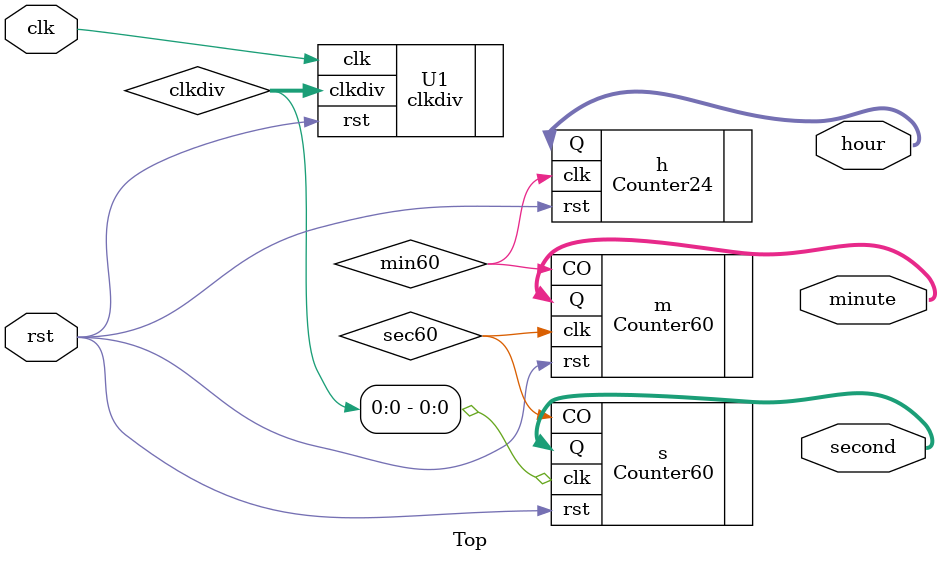
<source format=v>
`timescale 1ns / 1ps
module Top(
	input clk, rst,
	output [7:0] hour, minute, second
	//what's output???
    );
	wire [31:0] clkdiv;
	clkdiv U1(.clk(clk), .rst(rst), .clkdiv(clkdiv));
	
//	wire [7:0] hour, minute, year;
	Counter24 h(.clk(min60), .rst(rst), .Q(hour));
	Counter60 m(.clk(sec60), .rst(rst), .Q(minute), .CO(min60));
	Counter60 s(.clk(clkdiv[0]), .rst(rst), .Q(second), .CO(sec60));
	
endmodule

</source>
